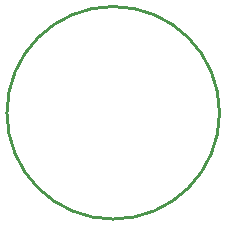
<source format=gko>
G04 Layer: BoardOutlineLayer*
G04 EasyEDA v6.5.15, 2022-09-30 22:51:47*
G04 6c6a3108920e44c1b57cf9d56c6d46f1,9a5be75d700b4a6385dc1106f27949ae,10*
G04 Gerber Generator version 0.2*
G04 Scale: 100 percent, Rotated: No, Reflected: No *
G04 Dimensions in millimeters *
G04 leading zeros omitted , absolute positions ,4 integer and 5 decimal *
%FSLAX45Y45*%
%MOMM*%

%ADD10C,0.2540*%
D10*
G75*
G01*
X1150003Y50000D02*
G03*
X2949999Y50000I899998J0D01*
G75*
G01*
X2949976Y50081D02*
G03*
X1149980Y49802I-899998J-140D01*

%LPD*%
M02*

</source>
